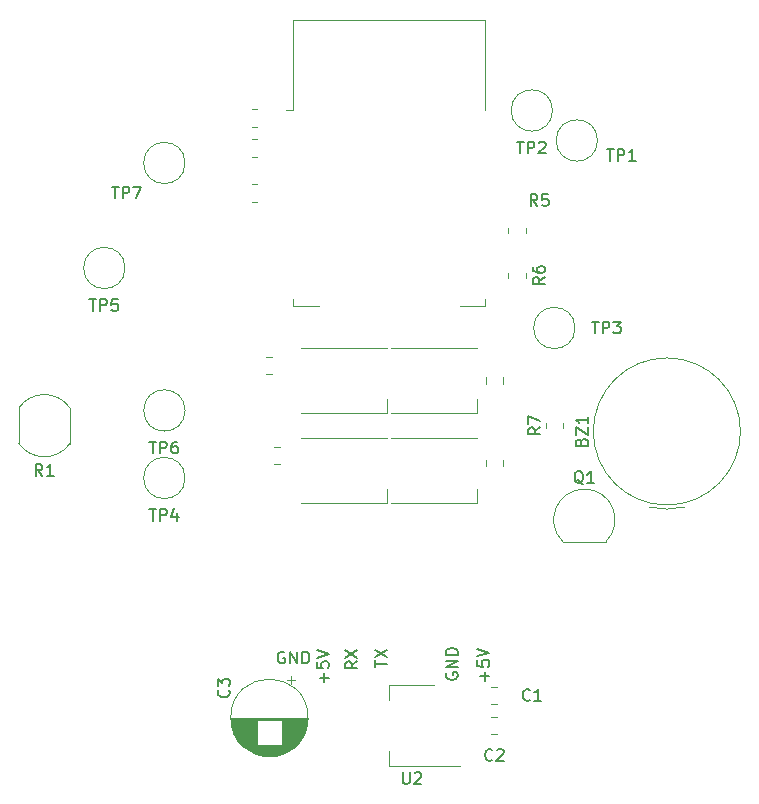
<source format=gbr>
%TF.GenerationSoftware,KiCad,Pcbnew,(6.0.1)*%
%TF.CreationDate,2022-02-03T04:09:52+01:00*%
%TF.ProjectId,ESP8266_12F_BASIC,45535038-3236-4365-9f31-32465f424153,rev?*%
%TF.SameCoordinates,Original*%
%TF.FileFunction,Legend,Top*%
%TF.FilePolarity,Positive*%
%FSLAX46Y46*%
G04 Gerber Fmt 4.6, Leading zero omitted, Abs format (unit mm)*
G04 Created by KiCad (PCBNEW (6.0.1)) date 2022-02-03 04:09:52*
%MOMM*%
%LPD*%
G01*
G04 APERTURE LIST*
%ADD10C,0.150000*%
%ADD11C,0.120000*%
G04 APERTURE END LIST*
D10*
X151217380Y-122046904D02*
X151217380Y-121475476D01*
X152217380Y-121761190D02*
X151217380Y-121761190D01*
X151217380Y-121237380D02*
X152217380Y-120570714D01*
X151217380Y-120570714D02*
X152217380Y-121237380D01*
X149677380Y-121578666D02*
X149201190Y-121912000D01*
X149677380Y-122150095D02*
X148677380Y-122150095D01*
X148677380Y-121769142D01*
X148725000Y-121673904D01*
X148772619Y-121626285D01*
X148867857Y-121578666D01*
X149010714Y-121578666D01*
X149105952Y-121626285D01*
X149153571Y-121673904D01*
X149201190Y-121769142D01*
X149201190Y-122150095D01*
X148677380Y-121245333D02*
X149677380Y-120578666D01*
X148677380Y-120578666D02*
X149677380Y-121245333D01*
X143510095Y-120785000D02*
X143414857Y-120737380D01*
X143272000Y-120737380D01*
X143129142Y-120785000D01*
X143033904Y-120880238D01*
X142986285Y-120975476D01*
X142938666Y-121165952D01*
X142938666Y-121308809D01*
X142986285Y-121499285D01*
X143033904Y-121594523D01*
X143129142Y-121689761D01*
X143272000Y-121737380D01*
X143367238Y-121737380D01*
X143510095Y-121689761D01*
X143557714Y-121642142D01*
X143557714Y-121308809D01*
X143367238Y-121308809D01*
X143986285Y-121737380D02*
X143986285Y-120737380D01*
X144557714Y-121737380D01*
X144557714Y-120737380D01*
X145033904Y-121737380D02*
X145033904Y-120737380D01*
X145272000Y-120737380D01*
X145414857Y-120785000D01*
X145510095Y-120880238D01*
X145557714Y-120975476D01*
X145605333Y-121165952D01*
X145605333Y-121308809D01*
X145557714Y-121499285D01*
X145510095Y-121594523D01*
X145414857Y-121689761D01*
X145272000Y-121737380D01*
X145033904Y-121737380D01*
X160472428Y-123205714D02*
X160472428Y-122443809D01*
X160853380Y-122824761D02*
X160091476Y-122824761D01*
X159853380Y-121491428D02*
X159853380Y-121967619D01*
X160329571Y-122015238D01*
X160281952Y-121967619D01*
X160234333Y-121872380D01*
X160234333Y-121634285D01*
X160281952Y-121539047D01*
X160329571Y-121491428D01*
X160424809Y-121443809D01*
X160662904Y-121443809D01*
X160758142Y-121491428D01*
X160805761Y-121539047D01*
X160853380Y-121634285D01*
X160853380Y-121872380D01*
X160805761Y-121967619D01*
X160758142Y-122015238D01*
X159853380Y-121158095D02*
X160853380Y-120824761D01*
X159853380Y-120491428D01*
X146883428Y-123332714D02*
X146883428Y-122570809D01*
X147264380Y-122951761D02*
X146502476Y-122951761D01*
X146264380Y-121618428D02*
X146264380Y-122094619D01*
X146740571Y-122142238D01*
X146692952Y-122094619D01*
X146645333Y-121999380D01*
X146645333Y-121761285D01*
X146692952Y-121666047D01*
X146740571Y-121618428D01*
X146835809Y-121570809D01*
X147073904Y-121570809D01*
X147169142Y-121618428D01*
X147216761Y-121666047D01*
X147264380Y-121761285D01*
X147264380Y-121999380D01*
X147216761Y-122094619D01*
X147169142Y-122142238D01*
X146264380Y-121285095D02*
X147264380Y-120951761D01*
X146264380Y-120618428D01*
X157234000Y-122554904D02*
X157186380Y-122650142D01*
X157186380Y-122793000D01*
X157234000Y-122935857D01*
X157329238Y-123031095D01*
X157424476Y-123078714D01*
X157614952Y-123126333D01*
X157757809Y-123126333D01*
X157948285Y-123078714D01*
X158043523Y-123031095D01*
X158138761Y-122935857D01*
X158186380Y-122793000D01*
X158186380Y-122697761D01*
X158138761Y-122554904D01*
X158091142Y-122507285D01*
X157757809Y-122507285D01*
X157757809Y-122697761D01*
X158186380Y-122078714D02*
X157186380Y-122078714D01*
X158186380Y-121507285D01*
X157186380Y-121507285D01*
X158186380Y-121031095D02*
X157186380Y-121031095D01*
X157186380Y-120793000D01*
X157234000Y-120650142D01*
X157329238Y-120554904D01*
X157424476Y-120507285D01*
X157614952Y-120459666D01*
X157757809Y-120459666D01*
X157948285Y-120507285D01*
X158043523Y-120554904D01*
X158138761Y-120650142D01*
X158186380Y-120793000D01*
X158186380Y-121031095D01*
%TO.C,TP5*%
X127008095Y-90892380D02*
X127579523Y-90892380D01*
X127293809Y-91892380D02*
X127293809Y-90892380D01*
X127912857Y-91892380D02*
X127912857Y-90892380D01*
X128293809Y-90892380D01*
X128389047Y-90940000D01*
X128436666Y-90987619D01*
X128484285Y-91082857D01*
X128484285Y-91225714D01*
X128436666Y-91320952D01*
X128389047Y-91368571D01*
X128293809Y-91416190D01*
X127912857Y-91416190D01*
X129389047Y-90892380D02*
X128912857Y-90892380D01*
X128865238Y-91368571D01*
X128912857Y-91320952D01*
X129008095Y-91273333D01*
X129246190Y-91273333D01*
X129341428Y-91320952D01*
X129389047Y-91368571D01*
X129436666Y-91463809D01*
X129436666Y-91701904D01*
X129389047Y-91797142D01*
X129341428Y-91844761D01*
X129246190Y-91892380D01*
X129008095Y-91892380D01*
X128912857Y-91844761D01*
X128865238Y-91797142D01*
%TO.C,U2*%
X153543095Y-130952380D02*
X153543095Y-131761904D01*
X153590714Y-131857142D01*
X153638333Y-131904761D01*
X153733571Y-131952380D01*
X153924047Y-131952380D01*
X154019285Y-131904761D01*
X154066904Y-131857142D01*
X154114523Y-131761904D01*
X154114523Y-130952380D01*
X154543095Y-131047619D02*
X154590714Y-131000000D01*
X154685952Y-130952380D01*
X154924047Y-130952380D01*
X155019285Y-131000000D01*
X155066904Y-131047619D01*
X155114523Y-131142857D01*
X155114523Y-131238095D01*
X155066904Y-131380952D01*
X154495476Y-131952380D01*
X155114523Y-131952380D01*
%TO.C,R6*%
X165552380Y-89066666D02*
X165076190Y-89400000D01*
X165552380Y-89638095D02*
X164552380Y-89638095D01*
X164552380Y-89257142D01*
X164600000Y-89161904D01*
X164647619Y-89114285D01*
X164742857Y-89066666D01*
X164885714Y-89066666D01*
X164980952Y-89114285D01*
X165028571Y-89161904D01*
X165076190Y-89257142D01*
X165076190Y-89638095D01*
X164552380Y-88209523D02*
X164552380Y-88400000D01*
X164600000Y-88495238D01*
X164647619Y-88542857D01*
X164790476Y-88638095D01*
X164980952Y-88685714D01*
X165361904Y-88685714D01*
X165457142Y-88638095D01*
X165504761Y-88590476D01*
X165552380Y-88495238D01*
X165552380Y-88304761D01*
X165504761Y-88209523D01*
X165457142Y-88161904D01*
X165361904Y-88114285D01*
X165123809Y-88114285D01*
X165028571Y-88161904D01*
X164980952Y-88209523D01*
X164933333Y-88304761D01*
X164933333Y-88495238D01*
X164980952Y-88590476D01*
X165028571Y-88638095D01*
X165123809Y-88685714D01*
%TO.C,TP4*%
X132088095Y-108672380D02*
X132659523Y-108672380D01*
X132373809Y-109672380D02*
X132373809Y-108672380D01*
X132992857Y-109672380D02*
X132992857Y-108672380D01*
X133373809Y-108672380D01*
X133469047Y-108720000D01*
X133516666Y-108767619D01*
X133564285Y-108862857D01*
X133564285Y-109005714D01*
X133516666Y-109100952D01*
X133469047Y-109148571D01*
X133373809Y-109196190D01*
X132992857Y-109196190D01*
X134421428Y-109005714D02*
X134421428Y-109672380D01*
X134183333Y-108624761D02*
X133945238Y-109339047D01*
X134564285Y-109339047D01*
%TO.C,C3*%
X138787142Y-123991666D02*
X138834761Y-124039285D01*
X138882380Y-124182142D01*
X138882380Y-124277380D01*
X138834761Y-124420238D01*
X138739523Y-124515476D01*
X138644285Y-124563095D01*
X138453809Y-124610714D01*
X138310952Y-124610714D01*
X138120476Y-124563095D01*
X138025238Y-124515476D01*
X137930000Y-124420238D01*
X137882380Y-124277380D01*
X137882380Y-124182142D01*
X137930000Y-124039285D01*
X137977619Y-123991666D01*
X137882380Y-123658333D02*
X137882380Y-123039285D01*
X138263333Y-123372619D01*
X138263333Y-123229761D01*
X138310952Y-123134523D01*
X138358571Y-123086904D01*
X138453809Y-123039285D01*
X138691904Y-123039285D01*
X138787142Y-123086904D01*
X138834761Y-123134523D01*
X138882380Y-123229761D01*
X138882380Y-123515476D01*
X138834761Y-123610714D01*
X138787142Y-123658333D01*
%TO.C,R1*%
X123023333Y-105862380D02*
X122690000Y-105386190D01*
X122451904Y-105862380D02*
X122451904Y-104862380D01*
X122832857Y-104862380D01*
X122928095Y-104910000D01*
X122975714Y-104957619D01*
X123023333Y-105052857D01*
X123023333Y-105195714D01*
X122975714Y-105290952D01*
X122928095Y-105338571D01*
X122832857Y-105386190D01*
X122451904Y-105386190D01*
X123975714Y-105862380D02*
X123404285Y-105862380D01*
X123690000Y-105862380D02*
X123690000Y-104862380D01*
X123594761Y-105005238D01*
X123499523Y-105100476D01*
X123404285Y-105148095D01*
%TO.C,R7*%
X165172380Y-101766666D02*
X164696190Y-102100000D01*
X165172380Y-102338095D02*
X164172380Y-102338095D01*
X164172380Y-101957142D01*
X164220000Y-101861904D01*
X164267619Y-101814285D01*
X164362857Y-101766666D01*
X164505714Y-101766666D01*
X164600952Y-101814285D01*
X164648571Y-101861904D01*
X164696190Y-101957142D01*
X164696190Y-102338095D01*
X164172380Y-101433333D02*
X164172380Y-100766666D01*
X165172380Y-101195238D01*
%TO.C,C1*%
X164298333Y-124817142D02*
X164250714Y-124864761D01*
X164107857Y-124912380D01*
X164012619Y-124912380D01*
X163869761Y-124864761D01*
X163774523Y-124769523D01*
X163726904Y-124674285D01*
X163679285Y-124483809D01*
X163679285Y-124340952D01*
X163726904Y-124150476D01*
X163774523Y-124055238D01*
X163869761Y-123960000D01*
X164012619Y-123912380D01*
X164107857Y-123912380D01*
X164250714Y-123960000D01*
X164298333Y-124007619D01*
X165250714Y-124912380D02*
X164679285Y-124912380D01*
X164965000Y-124912380D02*
X164965000Y-123912380D01*
X164869761Y-124055238D01*
X164774523Y-124150476D01*
X164679285Y-124198095D01*
%TO.C,TP2*%
X163203095Y-77557380D02*
X163774523Y-77557380D01*
X163488809Y-78557380D02*
X163488809Y-77557380D01*
X164107857Y-78557380D02*
X164107857Y-77557380D01*
X164488809Y-77557380D01*
X164584047Y-77605000D01*
X164631666Y-77652619D01*
X164679285Y-77747857D01*
X164679285Y-77890714D01*
X164631666Y-77985952D01*
X164584047Y-78033571D01*
X164488809Y-78081190D01*
X164107857Y-78081190D01*
X165060238Y-77652619D02*
X165107857Y-77605000D01*
X165203095Y-77557380D01*
X165441190Y-77557380D01*
X165536428Y-77605000D01*
X165584047Y-77652619D01*
X165631666Y-77747857D01*
X165631666Y-77843095D01*
X165584047Y-77985952D01*
X165012619Y-78557380D01*
X165631666Y-78557380D01*
%TO.C,R5*%
X164933333Y-83002380D02*
X164600000Y-82526190D01*
X164361904Y-83002380D02*
X164361904Y-82002380D01*
X164742857Y-82002380D01*
X164838095Y-82050000D01*
X164885714Y-82097619D01*
X164933333Y-82192857D01*
X164933333Y-82335714D01*
X164885714Y-82430952D01*
X164838095Y-82478571D01*
X164742857Y-82526190D01*
X164361904Y-82526190D01*
X165838095Y-82002380D02*
X165361904Y-82002380D01*
X165314285Y-82478571D01*
X165361904Y-82430952D01*
X165457142Y-82383333D01*
X165695238Y-82383333D01*
X165790476Y-82430952D01*
X165838095Y-82478571D01*
X165885714Y-82573809D01*
X165885714Y-82811904D01*
X165838095Y-82907142D01*
X165790476Y-82954761D01*
X165695238Y-83002380D01*
X165457142Y-83002380D01*
X165361904Y-82954761D01*
X165314285Y-82907142D01*
%TO.C,Q1*%
X168814761Y-106567619D02*
X168719523Y-106520000D01*
X168624285Y-106424761D01*
X168481428Y-106281904D01*
X168386190Y-106234285D01*
X168290952Y-106234285D01*
X168338571Y-106472380D02*
X168243333Y-106424761D01*
X168148095Y-106329523D01*
X168100476Y-106139047D01*
X168100476Y-105805714D01*
X168148095Y-105615238D01*
X168243333Y-105520000D01*
X168338571Y-105472380D01*
X168529047Y-105472380D01*
X168624285Y-105520000D01*
X168719523Y-105615238D01*
X168767142Y-105805714D01*
X168767142Y-106139047D01*
X168719523Y-106329523D01*
X168624285Y-106424761D01*
X168529047Y-106472380D01*
X168338571Y-106472380D01*
X169719523Y-106472380D02*
X169148095Y-106472380D01*
X169433809Y-106472380D02*
X169433809Y-105472380D01*
X169338571Y-105615238D01*
X169243333Y-105710476D01*
X169148095Y-105758095D01*
%TO.C,TP3*%
X169553095Y-92797380D02*
X170124523Y-92797380D01*
X169838809Y-93797380D02*
X169838809Y-92797380D01*
X170457857Y-93797380D02*
X170457857Y-92797380D01*
X170838809Y-92797380D01*
X170934047Y-92845000D01*
X170981666Y-92892619D01*
X171029285Y-92987857D01*
X171029285Y-93130714D01*
X170981666Y-93225952D01*
X170934047Y-93273571D01*
X170838809Y-93321190D01*
X170457857Y-93321190D01*
X171362619Y-92797380D02*
X171981666Y-92797380D01*
X171648333Y-93178333D01*
X171791190Y-93178333D01*
X171886428Y-93225952D01*
X171934047Y-93273571D01*
X171981666Y-93368809D01*
X171981666Y-93606904D01*
X171934047Y-93702142D01*
X171886428Y-93749761D01*
X171791190Y-93797380D01*
X171505476Y-93797380D01*
X171410238Y-93749761D01*
X171362619Y-93702142D01*
%TO.C,TP7*%
X128913095Y-81367380D02*
X129484523Y-81367380D01*
X129198809Y-82367380D02*
X129198809Y-81367380D01*
X129817857Y-82367380D02*
X129817857Y-81367380D01*
X130198809Y-81367380D01*
X130294047Y-81415000D01*
X130341666Y-81462619D01*
X130389285Y-81557857D01*
X130389285Y-81700714D01*
X130341666Y-81795952D01*
X130294047Y-81843571D01*
X130198809Y-81891190D01*
X129817857Y-81891190D01*
X130722619Y-81367380D02*
X131389285Y-81367380D01*
X130960714Y-82367380D01*
%TO.C,C2*%
X161123333Y-129897142D02*
X161075714Y-129944761D01*
X160932857Y-129992380D01*
X160837619Y-129992380D01*
X160694761Y-129944761D01*
X160599523Y-129849523D01*
X160551904Y-129754285D01*
X160504285Y-129563809D01*
X160504285Y-129420952D01*
X160551904Y-129230476D01*
X160599523Y-129135238D01*
X160694761Y-129040000D01*
X160837619Y-128992380D01*
X160932857Y-128992380D01*
X161075714Y-129040000D01*
X161123333Y-129087619D01*
X161504285Y-129087619D02*
X161551904Y-129040000D01*
X161647142Y-128992380D01*
X161885238Y-128992380D01*
X161980476Y-129040000D01*
X162028095Y-129087619D01*
X162075714Y-129182857D01*
X162075714Y-129278095D01*
X162028095Y-129420952D01*
X161456666Y-129992380D01*
X162075714Y-129992380D01*
%TO.C,TP6*%
X132088095Y-102957380D02*
X132659523Y-102957380D01*
X132373809Y-103957380D02*
X132373809Y-102957380D01*
X132992857Y-103957380D02*
X132992857Y-102957380D01*
X133373809Y-102957380D01*
X133469047Y-103005000D01*
X133516666Y-103052619D01*
X133564285Y-103147857D01*
X133564285Y-103290714D01*
X133516666Y-103385952D01*
X133469047Y-103433571D01*
X133373809Y-103481190D01*
X132992857Y-103481190D01*
X134421428Y-102957380D02*
X134230952Y-102957380D01*
X134135714Y-103005000D01*
X134088095Y-103052619D01*
X133992857Y-103195476D01*
X133945238Y-103385952D01*
X133945238Y-103766904D01*
X133992857Y-103862142D01*
X134040476Y-103909761D01*
X134135714Y-103957380D01*
X134326190Y-103957380D01*
X134421428Y-103909761D01*
X134469047Y-103862142D01*
X134516666Y-103766904D01*
X134516666Y-103528809D01*
X134469047Y-103433571D01*
X134421428Y-103385952D01*
X134326190Y-103338333D01*
X134135714Y-103338333D01*
X134040476Y-103385952D01*
X133992857Y-103433571D01*
X133945238Y-103528809D01*
%TO.C,TP1*%
X170823095Y-78192380D02*
X171394523Y-78192380D01*
X171108809Y-79192380D02*
X171108809Y-78192380D01*
X171727857Y-79192380D02*
X171727857Y-78192380D01*
X172108809Y-78192380D01*
X172204047Y-78240000D01*
X172251666Y-78287619D01*
X172299285Y-78382857D01*
X172299285Y-78525714D01*
X172251666Y-78620952D01*
X172204047Y-78668571D01*
X172108809Y-78716190D01*
X171727857Y-78716190D01*
X173251666Y-79192380D02*
X172680238Y-79192380D01*
X172965952Y-79192380D02*
X172965952Y-78192380D01*
X172870714Y-78335238D01*
X172775476Y-78430476D01*
X172680238Y-78478095D01*
%TO.C,BZ1*%
X168653571Y-102986737D02*
X168701190Y-102843880D01*
X168748809Y-102796261D01*
X168844047Y-102748642D01*
X168986904Y-102748642D01*
X169082142Y-102796261D01*
X169129761Y-102843880D01*
X169177380Y-102939118D01*
X169177380Y-103320070D01*
X168177380Y-103320070D01*
X168177380Y-102986737D01*
X168225000Y-102891499D01*
X168272619Y-102843880D01*
X168367857Y-102796261D01*
X168463095Y-102796261D01*
X168558333Y-102843880D01*
X168605952Y-102891499D01*
X168653571Y-102986737D01*
X168653571Y-103320070D01*
X168177380Y-102415308D02*
X168177380Y-101748642D01*
X169177380Y-102415308D01*
X169177380Y-101748642D01*
X169177380Y-100843880D02*
X169177380Y-101415308D01*
X169177380Y-101129594D02*
X168177380Y-101129594D01*
X168320238Y-101224832D01*
X168415476Y-101320070D01*
X168463095Y-101415308D01*
D11*
%TO.C,R4*%
X141197064Y-82650000D02*
X140742936Y-82650000D01*
X141197064Y-81180000D02*
X140742936Y-81180000D01*
%TO.C,TP5*%
X130020000Y-88265000D02*
G75*
G03*
X130020000Y-88265000I-1750000J0D01*
G01*
%TO.C,D2*%
X152560000Y-95040000D02*
X159860000Y-95040000D01*
X152560000Y-100540000D02*
X159860000Y-100540000D01*
X159860000Y-100540000D02*
X159860000Y-99390000D01*
%TO.C,D1*%
X144940000Y-100540000D02*
X152240000Y-100540000D01*
X152240000Y-100540000D02*
X152240000Y-99390000D01*
X144940000Y-95040000D02*
X152240000Y-95040000D01*
%TO.C,U2*%
X156155000Y-123590000D02*
X152395000Y-123590000D01*
X158405000Y-130410000D02*
X152395000Y-130410000D01*
X152395000Y-123590000D02*
X152395000Y-124850000D01*
X152395000Y-130410000D02*
X152395000Y-129150000D01*
%TO.C,R6*%
X163930000Y-89127064D02*
X163930000Y-88672936D01*
X162460000Y-89127064D02*
X162460000Y-88672936D01*
%TO.C,TP4*%
X135100000Y-106045000D02*
G75*
G03*
X135100000Y-106045000I-1750000J0D01*
G01*
%TO.C,C3*%
X141200000Y-127106000D02*
X139099000Y-127106000D01*
X141200000Y-127186000D02*
X139119000Y-127186000D01*
X141200000Y-127506000D02*
X139222000Y-127506000D01*
X141200000Y-128186000D02*
X139576000Y-128186000D01*
X144545000Y-128626000D02*
X143280000Y-128626000D01*
X145350000Y-127226000D02*
X143280000Y-127226000D01*
X141200000Y-128026000D02*
X139474000Y-128026000D01*
X141200000Y-127626000D02*
X139270000Y-127626000D01*
X141200000Y-127586000D02*
X139254000Y-127586000D01*
X141200000Y-127466000D02*
X139207000Y-127466000D01*
X144788000Y-128346000D02*
X143280000Y-128346000D01*
X145242000Y-127546000D02*
X143280000Y-127546000D01*
X141200000Y-128426000D02*
X139756000Y-128426000D01*
X145451000Y-126705000D02*
X143280000Y-126705000D01*
X145006000Y-128026000D02*
X143280000Y-128026000D01*
X145136000Y-127786000D02*
X143280000Y-127786000D01*
X141200000Y-128226000D02*
X139604000Y-128226000D01*
X145361000Y-127186000D02*
X143280000Y-127186000D01*
X145116000Y-127826000D02*
X143280000Y-127826000D01*
X141200000Y-127546000D02*
X139238000Y-127546000D01*
X141200000Y-126585000D02*
X139018000Y-126585000D01*
X141200000Y-127306000D02*
X139154000Y-127306000D01*
X141200000Y-128586000D02*
X139897000Y-128586000D01*
X144394000Y-123159759D02*
X143764000Y-123159759D01*
X144583000Y-128586000D02*
X143280000Y-128586000D01*
X141200000Y-126665000D02*
X139025000Y-126665000D01*
X141200000Y-126945000D02*
X139065000Y-126945000D01*
X144016000Y-129066000D02*
X140464000Y-129066000D01*
X141200000Y-127025000D02*
X139081000Y-127025000D01*
X145192000Y-127666000D02*
X143280000Y-127666000D01*
X145458000Y-126625000D02*
X143280000Y-126625000D01*
X145371000Y-127146000D02*
X143280000Y-127146000D01*
X145455000Y-126665000D02*
X143280000Y-126665000D01*
X144422000Y-128746000D02*
X140058000Y-128746000D01*
X145301000Y-127386000D02*
X143280000Y-127386000D01*
X141200000Y-127266000D02*
X139142000Y-127266000D01*
X141200000Y-127706000D02*
X139306000Y-127706000D01*
X143299000Y-129426000D02*
X141181000Y-129426000D01*
X145030000Y-127986000D02*
X143280000Y-127986000D01*
X143672000Y-129266000D02*
X140808000Y-129266000D01*
X141200000Y-127066000D02*
X139090000Y-127066000D01*
X144982000Y-128066000D02*
X143280000Y-128066000D01*
X141200000Y-127746000D02*
X139324000Y-127746000D01*
X141200000Y-126905000D02*
X139058000Y-126905000D01*
X141200000Y-128266000D02*
X139633000Y-128266000D01*
X144130000Y-128986000D02*
X140350000Y-128986000D01*
X144690000Y-128466000D02*
X143280000Y-128466000D01*
X142873000Y-129546000D02*
X141607000Y-129546000D01*
X141200000Y-127666000D02*
X139288000Y-127666000D01*
X145441000Y-126785000D02*
X143280000Y-126785000D01*
X143749000Y-129226000D02*
X140731000Y-129226000D01*
X145446000Y-126745000D02*
X143280000Y-126745000D01*
X144620000Y-128546000D02*
X143280000Y-128546000D01*
X141200000Y-126865000D02*
X139051000Y-126865000D01*
X143180000Y-129466000D02*
X141300000Y-129466000D01*
X144956000Y-128106000D02*
X143280000Y-128106000D01*
X145407000Y-126985000D02*
X143280000Y-126985000D01*
X143821000Y-129186000D02*
X140659000Y-129186000D01*
X144756000Y-128386000D02*
X143280000Y-128386000D01*
X143042000Y-129506000D02*
X141438000Y-129506000D01*
X142642000Y-129586000D02*
X141838000Y-129586000D01*
X145390000Y-127066000D02*
X143280000Y-127066000D01*
X141200000Y-127986000D02*
X139450000Y-127986000D01*
X144235000Y-128906000D02*
X140245000Y-128906000D01*
X144464000Y-128706000D02*
X140016000Y-128706000D01*
X141200000Y-126745000D02*
X139034000Y-126745000D01*
X144876000Y-128226000D02*
X143280000Y-128226000D01*
X141200000Y-128386000D02*
X139724000Y-128386000D01*
X145464000Y-126545000D02*
X139016000Y-126545000D01*
X141200000Y-126705000D02*
X139029000Y-126705000D01*
X141200000Y-127786000D02*
X139344000Y-127786000D01*
X144074000Y-129026000D02*
X140406000Y-129026000D01*
X145156000Y-127746000D02*
X143280000Y-127746000D01*
X145096000Y-127866000D02*
X143280000Y-127866000D01*
X141200000Y-126825000D02*
X139045000Y-126825000D01*
X145074000Y-127906000D02*
X143280000Y-127906000D01*
X145273000Y-127466000D02*
X143280000Y-127466000D01*
X145422000Y-126905000D02*
X143280000Y-126905000D01*
X141200000Y-128506000D02*
X139824000Y-128506000D01*
X144079000Y-122844759D02*
X144079000Y-123474759D01*
X145052000Y-127946000D02*
X143280000Y-127946000D01*
X141200000Y-126985000D02*
X139073000Y-126985000D01*
X144818000Y-128306000D02*
X143280000Y-128306000D01*
X141200000Y-126785000D02*
X139039000Y-126785000D01*
X145429000Y-126865000D02*
X143280000Y-126865000D01*
X145470000Y-126425000D02*
X139010000Y-126425000D01*
X141200000Y-127946000D02*
X139428000Y-127946000D01*
X145287000Y-127426000D02*
X143280000Y-127426000D01*
X143890000Y-129146000D02*
X140590000Y-129146000D01*
X145468000Y-126465000D02*
X139012000Y-126465000D01*
X145462000Y-126585000D02*
X143280000Y-126585000D01*
X145338000Y-127266000D02*
X143280000Y-127266000D01*
X143590000Y-129306000D02*
X140890000Y-129306000D01*
X144930000Y-128146000D02*
X143280000Y-128146000D01*
X145381000Y-127106000D02*
X143280000Y-127106000D01*
X141200000Y-128466000D02*
X139790000Y-128466000D01*
X141200000Y-128626000D02*
X139935000Y-128626000D01*
X145399000Y-127025000D02*
X143280000Y-127025000D01*
X141200000Y-128146000D02*
X139550000Y-128146000D01*
X145470000Y-126345000D02*
X139010000Y-126345000D01*
X141200000Y-128306000D02*
X139662000Y-128306000D01*
X145326000Y-127306000D02*
X143280000Y-127306000D01*
X145467000Y-126505000D02*
X139013000Y-126505000D01*
X141200000Y-128066000D02*
X139498000Y-128066000D01*
X145470000Y-126385000D02*
X139010000Y-126385000D01*
X141200000Y-127866000D02*
X139384000Y-127866000D01*
X143954000Y-129106000D02*
X140526000Y-129106000D01*
X144284000Y-128866000D02*
X140196000Y-128866000D01*
X145210000Y-127626000D02*
X143280000Y-127626000D01*
X141200000Y-127826000D02*
X139364000Y-127826000D01*
X143502000Y-129346000D02*
X140978000Y-129346000D01*
X141200000Y-128546000D02*
X139860000Y-128546000D01*
X144656000Y-128506000D02*
X143280000Y-128506000D01*
X141200000Y-127146000D02*
X139109000Y-127146000D01*
X144724000Y-128426000D02*
X143280000Y-128426000D01*
X141200000Y-126625000D02*
X139022000Y-126625000D01*
X141200000Y-127226000D02*
X139130000Y-127226000D01*
X144184000Y-128946000D02*
X140296000Y-128946000D01*
X141200000Y-127346000D02*
X139166000Y-127346000D01*
X145415000Y-126945000D02*
X143280000Y-126945000D01*
X145174000Y-127706000D02*
X143280000Y-127706000D01*
X141200000Y-127386000D02*
X139179000Y-127386000D01*
X145258000Y-127506000D02*
X143280000Y-127506000D01*
X141200000Y-128106000D02*
X139524000Y-128106000D01*
X141200000Y-127906000D02*
X139406000Y-127906000D01*
X144904000Y-128186000D02*
X143280000Y-128186000D01*
X141200000Y-128346000D02*
X139692000Y-128346000D01*
X145314000Y-127346000D02*
X143280000Y-127346000D01*
X144377000Y-128786000D02*
X140103000Y-128786000D01*
X145435000Y-126825000D02*
X143280000Y-126825000D01*
X141200000Y-127426000D02*
X139193000Y-127426000D01*
X144505000Y-128666000D02*
X139975000Y-128666000D01*
X144847000Y-128266000D02*
X143280000Y-128266000D01*
X143405000Y-129386000D02*
X141075000Y-129386000D01*
X145226000Y-127586000D02*
X143280000Y-127586000D01*
X144332000Y-128826000D02*
X140148000Y-128826000D01*
X145510000Y-126345000D02*
G75*
G03*
X145510000Y-126345000I-3270000J0D01*
G01*
%TO.C,C5*%
X142501252Y-95785000D02*
X141978748Y-95785000D01*
X142501252Y-97255000D02*
X141978748Y-97255000D01*
%TO.C,R1*%
X121040000Y-103150000D02*
X121040000Y-100100000D01*
X125340000Y-103150000D02*
X125340000Y-100100000D01*
X125308249Y-100055487D02*
G75*
G03*
X121040000Y-100100000I-2118249J-1544512D01*
G01*
X121024475Y-103128234D02*
G75*
G03*
X125340000Y-103150000I2165525J1528233D01*
G01*
%TO.C,R7*%
X167105000Y-101827064D02*
X167105000Y-101372936D01*
X165635000Y-101827064D02*
X165635000Y-101372936D01*
%TO.C,C1*%
X161028748Y-123725000D02*
X161551252Y-123725000D01*
X161028748Y-125195000D02*
X161551252Y-125195000D01*
%TO.C,TP2*%
X166215000Y-74930000D02*
G75*
G03*
X166215000Y-74930000I-1750000J0D01*
G01*
%TO.C,R5*%
X162460000Y-85317064D02*
X162460000Y-84862936D01*
X163930000Y-85317064D02*
X163930000Y-84862936D01*
%TO.C,C7*%
X143136252Y-104875000D02*
X142613748Y-104875000D01*
X143136252Y-103405000D02*
X142613748Y-103405000D01*
%TO.C,Q1*%
X167110000Y-111430000D02*
X170710000Y-111430000D01*
X168910000Y-106979999D02*
G75*
G03*
X167071522Y-111418478I0J-2600001D01*
G01*
X170748478Y-111418478D02*
G75*
G03*
X168910000Y-106980000I-1838478J1838478D01*
G01*
%TO.C,C6*%
X162025000Y-97528748D02*
X162025000Y-98051252D01*
X160555000Y-97528748D02*
X160555000Y-98051252D01*
%TO.C,C8*%
X160555000Y-104513748D02*
X160555000Y-105036252D01*
X162025000Y-104513748D02*
X162025000Y-105036252D01*
%TO.C,R3*%
X141197064Y-74830000D02*
X140742936Y-74830000D01*
X141197064Y-76300000D02*
X140742936Y-76300000D01*
%TO.C,TP3*%
X168120000Y-93345000D02*
G75*
G03*
X168120000Y-93345000I-1750000J0D01*
G01*
%TO.C,TP7*%
X135100000Y-79375000D02*
G75*
G03*
X135100000Y-79375000I-1750000J0D01*
G01*
%TO.C,C2*%
X161028748Y-126265000D02*
X161551252Y-126265000D01*
X161028748Y-127735000D02*
X161551252Y-127735000D01*
%TO.C,TP6*%
X135100000Y-100330000D02*
G75*
G03*
X135100000Y-100330000I-1750000J0D01*
G01*
%TO.C,U1*%
X146400000Y-91495000D02*
X144280000Y-91495000D01*
X144280000Y-67255000D02*
X160520000Y-67255000D01*
X144280000Y-74875000D02*
X144280000Y-67255000D01*
X160520000Y-90875000D02*
X160520000Y-91495000D01*
X160520000Y-91495000D02*
X158400000Y-91495000D01*
X144280000Y-91495000D02*
X144280000Y-90875000D01*
X160520000Y-67255000D02*
X160520000Y-74875000D01*
X144280000Y-74875000D02*
X143670000Y-74875000D01*
%TO.C,D4*%
X152560000Y-108160000D02*
X159860000Y-108160000D01*
X152560000Y-102660000D02*
X159860000Y-102660000D01*
X159860000Y-108160000D02*
X159860000Y-107010000D01*
%TO.C,TP1*%
X170025000Y-77470000D02*
G75*
G03*
X170025000Y-77470000I-1750000J0D01*
G01*
%TO.C,D3*%
X144940000Y-102660000D02*
X152240000Y-102660000D01*
X144940000Y-108160000D02*
X152240000Y-108160000D01*
X152240000Y-108160000D02*
X152240000Y-107010000D01*
%TO.C,R2*%
X141197064Y-78840000D02*
X140742936Y-78840000D01*
X141197064Y-77370000D02*
X140742936Y-77370000D01*
%TO.C,BZ1*%
X174395000Y-108505785D02*
G75*
G03*
X177394999Y-108505785I1499999J6400010D01*
G01*
X182125000Y-102105785D02*
G75*
G03*
X182125000Y-102105785I-6230000J0D01*
G01*
%TD*%
M02*

</source>
